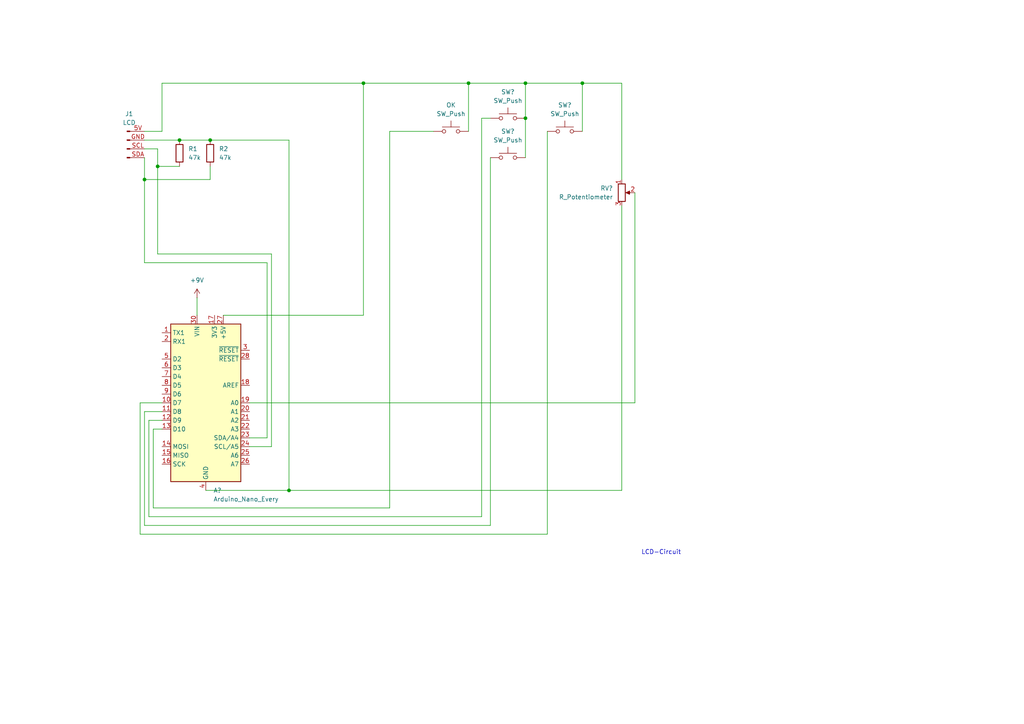
<source format=kicad_sch>
(kicad_sch (version 20231120) (generator "eeschema") (generator_version "8.0")
  (paper "A4")
  (lib_symbols
    (symbol "Connector:Conn_01x04_Pin" (pin_names (offset 1.016) hide)
      (property "Reference" "J1" (at 0.635 7.62 0))
      (property "Value" "LCD" (at 0.635 5.08 0))
      (symbol "Conn_01x04_Pin_1_1"
        (polyline (pts (xy 1.27 -5.08) (xy 0.8636 -5.08)) (stroke (width 0.1524)))
        (polyline (pts (xy 1.27 -2.54) (xy 0.8636 -2.54)) (stroke (width 0.1524)))
        (polyline (pts (xy 1.27 0) (xy 0.8636 0)) (stroke (width 0.1524)))
        (polyline (pts (xy 1.27 2.54) (xy 0.8636 2.54)) (stroke (width 0.1524)))
        (rectangle (start 0.8636 -4.953) (end 0 -5.207) (stroke (width 0.1524)) (fill (type outline)))
        (rectangle (start 0.8636 -2.413) (end 0 -2.667) (stroke (width 0.1524)) (fill (type outline)))
        (rectangle (start 0.8636 0.127) (end 0 -0.127) (stroke (width 0.1524)) (fill (type outline)))
        (rectangle (start 0.8636 2.667) (end 0 2.413) (stroke (width 0.1524)) (fill (type outline)))
        (pin passive line (at 5.08 2.54 180) (length 3.81) (name "Pin_1") (number "5V"))
        (pin passive line (at 5.08 0 180) (length 3.81) (name "Pin_2") (number "GND"))
        (pin passive line (at 5.08 -2.54 180) (length 3.81) (name "Pin_3") (number "SCL"))
        (pin passive line (at 5.08 -5.08 180) (length 3.81) (name "Pin_4") (number "SDA"))
      )
    )
    (symbol "Device:R" (pin_numbers hide) (pin_names (offset 0))
      (property "Reference" "R" (at 2.032 0 90))
      (property "Value" "R" (at 0 0 90))
      (symbol "R_0_1"
        (rectangle (start -1.016 -2.54) (end 1.016 2.54) (stroke (width 0.254)))
      )
      (symbol "R_1_1"
        (pin passive line (at 0 3.81 270) (length 1.27) (name "~") (number "1"))
        (pin passive line (at 0 -3.81 90) (length 1.27) (name "~") (number "2"))
      )
    )
    (symbol "Device:R_Potentiometer" (pin_names (offset 1.016) hide)
      (property "Reference" "RV" (at -4.445 0 90))
      (property "Value" "R_Potentiometer" (at -2.54 0 90))
      (symbol "R_Potentiometer_0_1"
        (polyline (pts (xy 2.54 0) (xy 1.524 0)))
        (polyline (pts (xy 1.143 0) (xy 2.286 0.508) (xy 2.286 -0.508) (xy 1.143 0)) (fill (type outline)))
        (rectangle (start 1.016 2.54) (end -1.016 -2.54) (stroke (width 0.254)))
      )
      (symbol "R_Potentiometer_1_1"
        (pin passive line (at 0 3.81 270) (length 1.27) (name "1") (number "1"))
        (pin passive line (at 3.81 0 180) (length 1.27) (name "2") (number "2"))
        (pin passive line (at 0 -3.81 90) (length 1.27) (name "3") (number "3"))
      )
    )
    (symbol "MCU_Module:Arduino_Nano_Every"
      (property "Reference" "A" (at -10.16 23.495 0))
      (property "Value" "Arduino_Nano_Every" (at 5.08 -24.13 0))
      (symbol "Arduino_Nano_Every_0_1"
        (rectangle (start -10.16 22.86) (end 10.16 -22.86) (stroke (width 0.254)) (fill (type background)))
      )
      (symbol "Arduino_Nano_Every_1_1"
        (pin bidirectional line (at -12.7 20.32 0) (length 2.54) (name "TX1") (number "1"))
        (pin bidirectional line (at -12.7 0 0) (length 2.54) (name "D7") (number "10"))
        (pin bidirectional line (at -12.7 -2.54 0) (length 2.54) (name "D8") (number "11"))
        (pin bidirectional line (at -12.7 -5.08 0) (length 2.54) (name "D9") (number "12"))
        (pin bidirectional line (at -12.7 -7.62 0) (length 2.54) (name "D10") (number "13"))
        (pin bidirectional line (at -12.7 -12.7 0) (length 2.54) (name "MOSI") (number "14"))
        (pin bidirectional line (at -12.7 -15.24 0) (length 2.54) (name "MISO") (number "15"))
        (pin bidirectional line (at -12.7 -17.78 0) (length 2.54) (name "SCK") (number "16"))
        (pin power_out line (at 2.54 25.4 270) (length 2.54) (name "3V3") (number "17"))
        (pin input line (at 12.7 5.08 180) (length 2.54) (name "AREF") (number "18"))
        (pin bidirectional line (at 12.7 0 180) (length 2.54) (name "A0") (number "19"))
        (pin bidirectional line (at -12.7 17.78 0) (length 2.54) (name "RX1") (number "2"))
        (pin bidirectional line (at 12.7 -2.54 180) (length 2.54) (name "A1") (number "20"))
        (pin bidirectional line (at 12.7 -5.08 180) (length 2.54) (name "A2") (number "21"))
        (pin bidirectional line (at 12.7 -7.62 180) (length 2.54) (name "A3") (number "22"))
        (pin bidirectional line (at 12.7 -10.16 180) (length 2.54) (name "SDA/A4") (number "23"))
        (pin bidirectional line (at 12.7 -12.7 180) (length 2.54) (name "SCL/A5") (number "24"))
        (pin bidirectional line (at 12.7 -15.24 180) (length 2.54) (name "A6") (number "25"))
        (pin bidirectional line (at 12.7 -17.78 180) (length 2.54) (name "A7") (number "26"))
        (pin power_out line (at 5.08 25.4 270) (length 2.54) (name "+5V") (number "27"))
        (pin input line (at 12.7 12.7 180) (length 2.54) (name "~{RESET}") (number "28"))
        (pin passive line (at 0 -25.4 90) (length 2.54) hide (name "GND") (number "29"))
        (pin input line (at 12.7 15.24 180) (length 2.54) (name "~{RESET}") (number "3"))
        (pin power_in line (at -2.54 25.4 270) (length 2.54) (name "VIN") (number "30"))
        (pin power_in line (at 0 -25.4 90) (length 2.54) (name "GND") (number "4"))
        (pin bidirectional line (at -12.7 12.7 0) (length 2.54) (name "D2") (number "5"))
        (pin bidirectional line (at -12.7 10.16 0) (length 2.54) (name "D3") (number "6"))
        (pin bidirectional line (at -12.7 7.62 0) (length 2.54) (name "D4") (number "7"))
        (pin bidirectional line (at -12.7 5.08 0) (length 2.54) (name "D5") (number "8"))
        (pin bidirectional line (at -12.7 2.54 0) (length 2.54) (name "D6") (number "9"))
      )
    )
    (symbol "SW_Push_1" (pin_numbers hide) (pin_names (offset 1.016) hide)
      (property "Reference" "OK" (at 0 7.62 0))
      (property "Value" "SW_Push" (at 0 5.08 0))
      (symbol "SW_Push_1_0_1"
        (circle (center -2.032 0) (radius 0.508))
        (polyline (pts (xy 0 1.27) (xy 0 3.048)))
        (polyline (pts (xy 2.54 1.27) (xy -2.54 1.27)))
        (circle (center 2.032 0) (radius 0.508))
        (pin passive line (at -5.08 0 0) (length 2.54) (name "1") (number "1"))
        (pin passive line (at 5.08 0 180) (length 2.54) (name "2") (number "2"))
      )
    )
    (symbol "SW_Push_2" (pin_numbers hide) (pin_names (offset 1.016) hide)
      (property "Reference" "SW?" (at 0 7.62 0))
      (property "Value" "SW_Push" (at 0 5.08 0))
      (symbol "SW_Push_2_0_1"
        (circle (center -2.032 0) (radius 0.508))
        (polyline (pts (xy 0 1.27) (xy 0 3.048)))
        (polyline (pts (xy 2.54 1.27) (xy -2.54 1.27)))
        (circle (center 2.032 0) (radius 0.508))
        (pin passive line (at -5.08 0 0) (length 2.54) (name "1") (number "1"))
        (pin passive line (at 5.08 0 180) (length 2.54) (name "2") (number "2"))
      )
    )
    (symbol "Switch:SW_Push" (pin_numbers hide) (pin_names (offset 1.016) hide)
      (property "Reference" "SW" (at 1.27 2.54 0))
      (property "Value" "SW_Push" (at 0 -1.524 0))
      (symbol "SW_Push_0_1"
        (circle (center -2.032 0) (radius 0.508))
        (polyline (pts (xy 0 1.27) (xy 0 3.048)))
        (polyline (pts (xy 2.54 1.27) (xy -2.54 1.27)))
        (circle (center 2.032 0) (radius 0.508))
        (pin passive line (at -5.08 0 0) (length 2.54) (name "1") (number "1"))
        (pin passive line (at 5.08 0 180) (length 2.54) (name "2") (number "2"))
      )
    )
    (symbol "power:+9V" (power) (pin_numbers hide) (pin_names (offset 0) hide)
      (property "Value" "+9V" (at 0 3.556 0))
      (symbol "+9V_0_1"
        (polyline (pts (xy -0.762 1.27) (xy 0 2.54)))
        (polyline (pts (xy 0 0) (xy 0 2.54)))
        (polyline (pts (xy 0 2.54) (xy 0.762 1.27)))
      )
      (symbol "+9V_1_1"
        (pin power_in line (at 0 0 90) (length 0) (name "~") (number "1"))
      )
    )
  )
  (junction (at 152.4 24.13))
  (junction (at 41.91 52.07))
  (junction (at 152.4 34.29))
  (junction (at 168.91 24.13))
  (junction (at 45.72 48.26))
  (junction (at 52.07 40.64))
  (junction (at 105.41 24.13))
  (junction (at 83.82 142.24))
  (junction (at 60.96 40.64))
  (junction (at 135.89 24.13))
  (wire (pts (xy 184.15 55.88) (xy 184.15 116.84)))
  (wire (pts (xy 139.7 34.29) (xy 139.7 149.86)))
  (wire (pts (xy 180.34 52.07) (xy 180.34 24.13)))
  (wire (pts (xy 135.89 24.13) (xy 135.89 38.1)))
  (wire (pts (xy 60.96 52.07) (xy 41.91 52.07)))
  (wire (pts (xy 180.34 142.24) (xy 83.82 142.24)))
  (wire (pts (xy 77.47 127) (xy 72.39 127)))
  (wire (pts (xy 158.75 154.94) (xy 40.64 154.94)))
  (wire (pts (xy 45.72 43.18) (xy 45.72 48.26)))
  (wire (pts (xy 41.91 43.18) (xy 45.72 43.18)))
  (wire (pts (xy 46.99 38.1) (xy 46.99 24.13)))
  (wire (pts (xy 168.91 24.13) (xy 152.4 24.13)))
  (wire (pts (xy 180.34 24.13) (xy 168.91 24.13)))
  (wire (pts (xy 77.47 76.2) (xy 41.91 76.2)))
  (wire (pts (xy 41.91 40.64) (xy 52.07 40.64)))
  (wire (pts (xy 64.77 91.44) (xy 105.41 91.44)))
  (wire (pts (xy 158.75 38.1) (xy 158.75 154.94)))
  (wire (pts (xy 40.64 154.94) (xy 40.64 116.84)))
  (wire (pts (xy 83.82 40.64) (xy 83.82 142.24)))
  (wire (pts (xy 41.91 119.38) (xy 46.99 119.38)))
  (wire (pts (xy 113.03 38.1) (xy 113.03 147.32)))
  (wire (pts (xy 41.91 52.07) (xy 41.91 45.72)))
  (wire (pts (xy 41.91 38.1) (xy 46.99 38.1)))
  (wire (pts (xy 135.89 24.13) (xy 105.41 24.13)))
  (wire (pts (xy 57.15 86.36) (xy 57.15 91.44)))
  (wire (pts (xy 168.91 38.1) (xy 168.91 24.13)))
  (wire (pts (xy 59.69 142.24) (xy 83.82 142.24)))
  (wire (pts (xy 41.91 152.4) (xy 41.91 119.38)))
  (wire (pts (xy 46.99 24.13) (xy 105.41 24.13)))
  (wire (pts (xy 152.4 34.29) (xy 152.4 24.13)))
  (wire (pts (xy 60.96 40.64) (xy 83.82 40.64)))
  (wire (pts (xy 60.96 48.26) (xy 60.96 52.07)))
  (wire (pts (xy 152.4 24.13) (xy 135.89 24.13)))
  (wire (pts (xy 44.45 147.32) (xy 44.45 124.46)))
  (wire (pts (xy 52.07 40.64) (xy 60.96 40.64)))
  (wire (pts (xy 142.24 45.72) (xy 142.24 152.4)))
  (wire (pts (xy 113.03 147.32) (xy 44.45 147.32)))
  (wire (pts (xy 105.41 24.13) (xy 105.41 91.44)))
  (wire (pts (xy 44.45 124.46) (xy 46.99 124.46)))
  (wire (pts (xy 78.74 73.66) (xy 78.74 129.54)))
  (wire (pts (xy 45.72 73.66) (xy 78.74 73.66)))
  (wire (pts (xy 78.74 129.54) (xy 72.39 129.54)))
  (wire (pts (xy 41.91 76.2) (xy 41.91 52.07)))
  (wire (pts (xy 142.24 152.4) (xy 41.91 152.4)))
  (wire (pts (xy 40.64 116.84) (xy 46.99 116.84)))
  (wire (pts (xy 184.15 116.84) (xy 72.39 116.84)))
  (wire (pts (xy 45.72 48.26) (xy 45.72 73.66)))
  (wire (pts (xy 152.4 34.29) (xy 152.4 45.72)))
  (wire (pts (xy 142.24 34.29) (xy 139.7 34.29)))
  (wire (pts (xy 43.18 149.86) (xy 43.18 121.92)))
  (wire (pts (xy 139.7 149.86) (xy 43.18 149.86)))
  (wire (pts (xy 125.73 38.1) (xy 113.03 38.1)))
  (wire (pts (xy 43.18 121.92) (xy 46.99 121.92)))
  (wire (pts (xy 77.47 76.2) (xy 77.47 127)))
  (wire (pts (xy 45.72 48.26) (xy 52.07 48.26)))
  (wire (pts (xy 180.34 59.69) (xy 180.34 142.24)))
  (text "LCD-Circuit" (at 191.77 160.274 0) (effects (font (size 1.27 1.27))))
  (symbol (lib_name "SW_Push_2") (lib_id "Switch:SW_Push") (at 147.32 34.29 0) (unit 1)
    (property "Reference" "SW?" (at 147.32 26.67 0))
    (property "Value" "SW_Push" (at 147.32 29.21 0))
    (property "Footprint" "LED_SMD:LED_0201_0603Metric" (effects (hide yes)))
    (property "Description" "Push button switch, generic, two pins" (effects (hide yes)))
  )
  (symbol (lib_name "SW_Push_1") (lib_id "Switch:SW_Push") (at 130.81 38.1 0) (unit 1)
    (property "Reference" "OK" (at 130.81 30.48 0))
    (property "Value" "SW_Push" (at 130.81 33.02 0))
    (property "Footprint" "LED_SMD:LED_0201_0603Metric" (effects (hide yes)))
    (property "Description" "Push button switch, generic, two pins" (effects (hide yes)))
  )
  (symbol (lib_id "Device:R") (at 52.07 44.45 0) (unit 1)
    (property "Reference" "R1" (at 54.61 43.1799 0) (effects (justify left)))
    (property "Value" "47k" (at 54.61 45.7199 0) (effects (justify left)))
    (property "Description" "Resistor" (effects (hide yes)))
  )
  (symbol (lib_id "MCU_Module:Arduino_Nano_Every") (at 59.69 116.84 0) (unit 1)
    (property "Reference" "A?" (at 61.8841 142.24 0) (effects (justify left)))
    (property "Value" "Arduino_Nano_Every" (at 61.8841 144.78 0) (effects (justify left)))
    (property "Footprint" "Module:Arduino_Nano" (effects (hide yes)))
    (property "Datasheet" "https://content.arduino.cc/assets/NANOEveryV3.0_sch.pdf" (effects (hide yes)))
    (property "Description" "Arduino Nano Every" (effects (hide yes)))
  )
  (symbol (lib_id "Device:R_Potentiometer") (at 180.34 55.88 0) (unit 1)
    (property "Reference" "RV?" (at 177.8 54.6099 0) (effects (justify right)))
    (property "Value" "R_Potentiometer" (at 177.8 57.1499 0) (effects (justify right)))
    (property "Footprint" "Battery:BatteryHolder_Keystone_1058_1x2032" (effects (hide yes)))
    (property "Description" "Potentiometer" (effects (hide yes)))
  )
  (symbol (lib_id "Connector:Conn_01x04_Pin") (at 36.83 40.64 0) (unit 1)
    (property "Reference" "J1" (at 37.465 33.02 0))
    (property "Value" "LCD" (at 37.465 35.56 0))
    (property "Description" "Generic connector, single row, 01x04, script generated" (effects (hide yes)))
  )
  (symbol (lib_id "Switch:SW_Push") (at 163.83 38.1 0) (unit 1)
    (property "Reference" "SW?" (at 163.83 30.48 0))
    (property "Value" "SW_Push" (at 163.83 33.02 0))
    (property "Footprint" "LED_SMD:LED_0201_0603Metric" (effects (hide yes)))
    (property "Description" "Push button switch, generic, two pins" (effects (hide yes)))
  )
  (symbol (lib_id "Switch:SW_Push") (at 147.32 45.72 0) (unit 1)
    (property "Reference" "SW?" (at 147.32 38.1 0))
    (property "Value" "SW_Push" (at 147.32 40.64 0))
    (property "Footprint" "LED_SMD:LED_0201_0603Metric" (effects (hide yes)))
    (property "Description" "Push button switch, generic, two pins" (effects (hide yes)))
  )
  (symbol (lib_id "Device:R") (at 60.96 44.45 0) (unit 1)
    (property "Reference" "R2" (at 63.5 43.1799 0) (effects (justify left)))
    (property "Value" "47k" (at 63.5 45.7199 0) (effects (justify left)))
    (property "Description" "Resistor" (effects (hide yes)))
  )
  (symbol (lib_id "power:+9V") (at 57.15 86.36 0) (unit 1)
    (property "Reference" "#PWR01" (effects (hide yes)))
    (property "Value" "+9V" (at 57.15 81.28 0))
    (property "Description" "Power symbol creates a global label with name \"+9V\"" (effects (hide yes)))
  )
)
</source>
